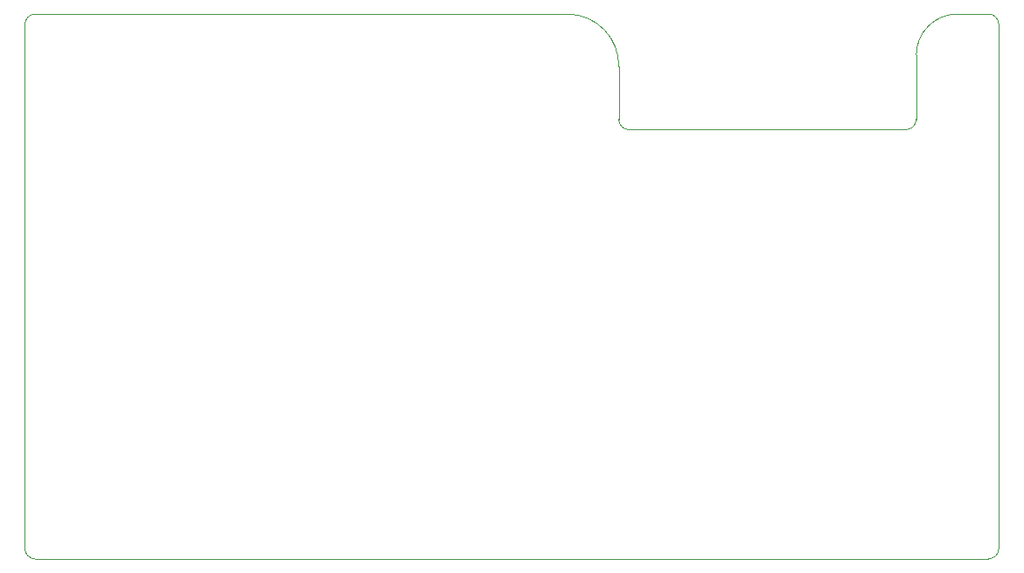
<source format=gm1>
%TF.GenerationSoftware,KiCad,Pcbnew,6.0.5-a6ca702e91~116~ubuntu20.04.1*%
%TF.CreationDate,2022-06-30T20:33:51-06:00*%
%TF.ProjectId,trailer-power-controller,74726169-6c65-4722-9d70-6f7765722d63,rev?*%
%TF.SameCoordinates,Original*%
%TF.FileFunction,Profile,NP*%
%FSLAX46Y46*%
G04 Gerber Fmt 4.6, Leading zero omitted, Abs format (unit mm)*
G04 Created by KiCad (PCBNEW 6.0.5-a6ca702e91~116~ubuntu20.04.1) date 2022-06-30 20:33:51*
%MOMM*%
%LPD*%
G01*
G04 APERTURE LIST*
%TA.AperFunction,Profile*%
%ADD10C,0.100000*%
%TD*%
G04 APERTURE END LIST*
D10*
X103297900Y-62681235D02*
G75*
G03*
X98430309Y-57600000I-4974400J106835D01*
G01*
X139100000Y-110400000D02*
G75*
G03*
X140100000Y-109400000I0J1000000D01*
G01*
X45800000Y-109400000D02*
G75*
G03*
X46800000Y-110400000I1000000J0D01*
G01*
X131100000Y-68800000D02*
G75*
G03*
X132100000Y-67800000I0J1000000D01*
G01*
X136079413Y-57600001D02*
G75*
G03*
X132100000Y-61568850I-5313J-3974099D01*
G01*
X104300000Y-68800000D02*
X131100000Y-68800000D01*
X46800000Y-110400000D02*
X139100000Y-110400000D01*
X46800000Y-57600000D02*
X98430309Y-57600000D01*
X103300000Y-67800000D02*
G75*
G03*
X104300000Y-68800000I1000000J0D01*
G01*
X132100000Y-67800000D02*
X132100000Y-61568850D01*
X140100000Y-109400000D02*
X140100000Y-58600000D01*
X140100000Y-58600000D02*
G75*
G03*
X139100000Y-57600000I-1000000J0D01*
G01*
X45800000Y-109400000D02*
X45800000Y-58600000D01*
X103297915Y-62681235D02*
X103300000Y-67800000D01*
X136079413Y-57600000D02*
X139100000Y-57600000D01*
X46800000Y-57600000D02*
G75*
G03*
X45800000Y-58600000I0J-1000000D01*
G01*
M02*

</source>
